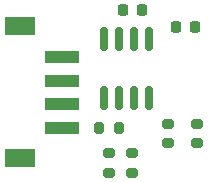
<source format=gbr>
%TF.GenerationSoftware,KiCad,Pcbnew,9.0.3*%
%TF.CreationDate,2025-07-16T23:37:23+02:00*%
%TF.ProjectId,ialightsens,69616c69-6768-4747-9365-6e732e6b6963,rev?*%
%TF.SameCoordinates,Original*%
%TF.FileFunction,Paste,Top*%
%TF.FilePolarity,Positive*%
%FSLAX46Y46*%
G04 Gerber Fmt 4.6, Leading zero omitted, Abs format (unit mm)*
G04 Created by KiCad (PCBNEW 9.0.3) date 2025-07-16 23:37:23*
%MOMM*%
%LPD*%
G01*
G04 APERTURE LIST*
G04 Aperture macros list*
%AMRoundRect*
0 Rectangle with rounded corners*
0 $1 Rounding radius*
0 $2 $3 $4 $5 $6 $7 $8 $9 X,Y pos of 4 corners*
0 Add a 4 corners polygon primitive as box body*
4,1,4,$2,$3,$4,$5,$6,$7,$8,$9,$2,$3,0*
0 Add four circle primitives for the rounded corners*
1,1,$1+$1,$2,$3*
1,1,$1+$1,$4,$5*
1,1,$1+$1,$6,$7*
1,1,$1+$1,$8,$9*
0 Add four rect primitives between the rounded corners*
20,1,$1+$1,$2,$3,$4,$5,0*
20,1,$1+$1,$4,$5,$6,$7,0*
20,1,$1+$1,$6,$7,$8,$9,0*
20,1,$1+$1,$8,$9,$2,$3,0*%
G04 Aperture macros list end*
%ADD10RoundRect,0.200000X-0.200000X-0.275000X0.200000X-0.275000X0.200000X0.275000X-0.200000X0.275000X0*%
%ADD11RoundRect,0.200000X-0.275000X0.200000X-0.275000X-0.200000X0.275000X-0.200000X0.275000X0.200000X0*%
%ADD12R,3.000000X1.000000*%
%ADD13R,2.600000X1.550000*%
%ADD14RoundRect,0.225000X-0.225000X-0.250000X0.225000X-0.250000X0.225000X0.250000X-0.225000X0.250000X0*%
%ADD15RoundRect,0.150000X0.150000X-0.825000X0.150000X0.825000X-0.150000X0.825000X-0.150000X-0.825000X0*%
G04 APERTURE END LIST*
D10*
%TO.C,R3*%
X9175000Y-13000000D03*
X10825000Y-13000000D03*
%TD*%
D11*
%TO.C,R5*%
X12000000Y-15175000D03*
X12000000Y-16825000D03*
%TD*%
D12*
%TO.C,G1*%
X6000000Y-13000000D03*
X6000000Y-11000000D03*
X6000000Y-9000000D03*
X6000000Y-7000000D03*
D13*
X2510840Y-15575000D03*
X2510840Y-4425000D03*
%TD*%
D11*
%TO.C,R4*%
X10000000Y-15175000D03*
X10000000Y-16825000D03*
%TD*%
D14*
%TO.C,C1*%
X15725000Y-4500000D03*
X17275000Y-4500000D03*
%TD*%
D15*
%TO.C,U1*%
X9595000Y-10475000D03*
X10865000Y-10475000D03*
X12135000Y-10475000D03*
X13405000Y-10475000D03*
X13405000Y-5525000D03*
X12135000Y-5525000D03*
X10865000Y-5525000D03*
X9595000Y-5525000D03*
%TD*%
D14*
%TO.C,C2*%
X11225000Y-3000000D03*
X12775000Y-3000000D03*
%TD*%
D11*
%TO.C,R2*%
X17500000Y-12675000D03*
X17500000Y-14325000D03*
%TD*%
%TO.C,R1*%
X15000000Y-12675000D03*
X15000000Y-14325000D03*
%TD*%
M02*

</source>
